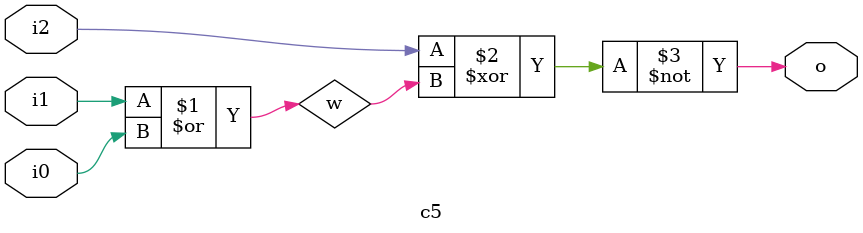
<source format=v>
module c5(i2, i1, i0, o);
    
    input i2;
    input i1;
    input i0;
    output o;

    wire w;

    or #(1) g1(w,i1,i0);
    xnor #(1) g2(o,i2,w);

endmodule

</source>
